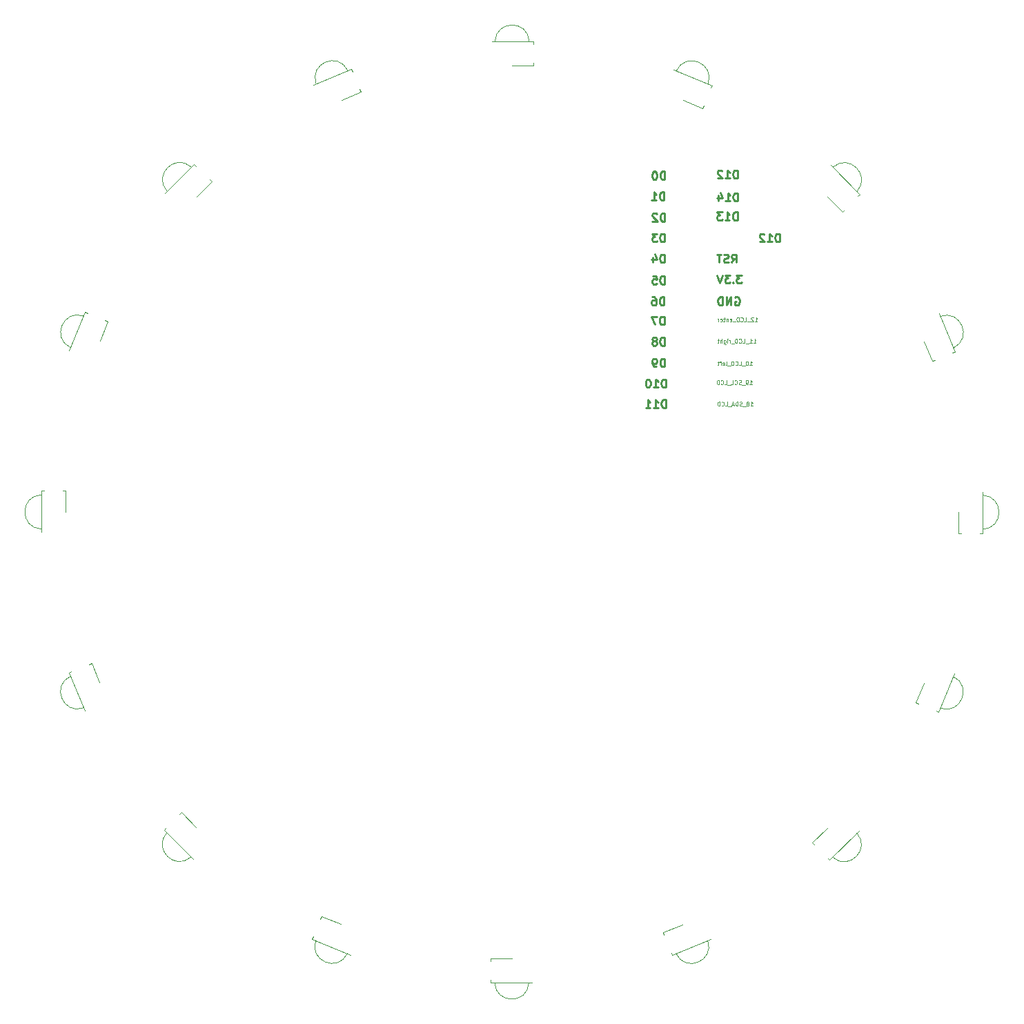
<source format=gbr>
%TF.GenerationSoftware,KiCad,Pcbnew,7.0.9*%
%TF.CreationDate,2024-12-16T17:29:33+09:00*%
%TF.ProjectId,IR_Bored_ESP32,49525f42-6f72-4656-945f-45535033322e,rev?*%
%TF.SameCoordinates,Original*%
%TF.FileFunction,Legend,Bot*%
%TF.FilePolarity,Positive*%
%FSLAX46Y46*%
G04 Gerber Fmt 4.6, Leading zero omitted, Abs format (unit mm)*
G04 Created by KiCad (PCBNEW 7.0.9) date 2024-12-16 17:29:33*
%MOMM*%
%LPD*%
G01*
G04 APERTURE LIST*
%ADD10C,0.250000*%
%ADD11C,0.125000*%
%ADD12C,0.120000*%
G04 APERTURE END LIST*
D10*
X208233031Y-44848019D02*
X208233031Y-43848019D01*
X208233031Y-43848019D02*
X207994936Y-43848019D01*
X207994936Y-43848019D02*
X207852079Y-43895638D01*
X207852079Y-43895638D02*
X207756841Y-43990876D01*
X207756841Y-43990876D02*
X207709222Y-44086114D01*
X207709222Y-44086114D02*
X207661603Y-44276590D01*
X207661603Y-44276590D02*
X207661603Y-44419447D01*
X207661603Y-44419447D02*
X207709222Y-44609923D01*
X207709222Y-44609923D02*
X207756841Y-44705161D01*
X207756841Y-44705161D02*
X207852079Y-44800400D01*
X207852079Y-44800400D02*
X207994936Y-44848019D01*
X207994936Y-44848019D02*
X208233031Y-44848019D01*
X207042555Y-43848019D02*
X206947317Y-43848019D01*
X206947317Y-43848019D02*
X206852079Y-43895638D01*
X206852079Y-43895638D02*
X206804460Y-43943257D01*
X206804460Y-43943257D02*
X206756841Y-44038495D01*
X206756841Y-44038495D02*
X206709222Y-44228971D01*
X206709222Y-44228971D02*
X206709222Y-44467066D01*
X206709222Y-44467066D02*
X206756841Y-44657542D01*
X206756841Y-44657542D02*
X206804460Y-44752780D01*
X206804460Y-44752780D02*
X206852079Y-44800400D01*
X206852079Y-44800400D02*
X206947317Y-44848019D01*
X206947317Y-44848019D02*
X207042555Y-44848019D01*
X207042555Y-44848019D02*
X207137793Y-44800400D01*
X207137793Y-44800400D02*
X207185412Y-44752780D01*
X207185412Y-44752780D02*
X207233031Y-44657542D01*
X207233031Y-44657542D02*
X207280650Y-44467066D01*
X207280650Y-44467066D02*
X207280650Y-44228971D01*
X207280650Y-44228971D02*
X207233031Y-44038495D01*
X207233031Y-44038495D02*
X207185412Y-43943257D01*
X207185412Y-43943257D02*
X207137793Y-43895638D01*
X207137793Y-43895638D02*
X207042555Y-43848019D01*
X216853222Y-59313438D02*
X216948460Y-59265819D01*
X216948460Y-59265819D02*
X217091317Y-59265819D01*
X217091317Y-59265819D02*
X217234174Y-59313438D01*
X217234174Y-59313438D02*
X217329412Y-59408676D01*
X217329412Y-59408676D02*
X217377031Y-59503914D01*
X217377031Y-59503914D02*
X217424650Y-59694390D01*
X217424650Y-59694390D02*
X217424650Y-59837247D01*
X217424650Y-59837247D02*
X217377031Y-60027723D01*
X217377031Y-60027723D02*
X217329412Y-60122961D01*
X217329412Y-60122961D02*
X217234174Y-60218200D01*
X217234174Y-60218200D02*
X217091317Y-60265819D01*
X217091317Y-60265819D02*
X216996079Y-60265819D01*
X216996079Y-60265819D02*
X216853222Y-60218200D01*
X216853222Y-60218200D02*
X216805603Y-60170580D01*
X216805603Y-60170580D02*
X216805603Y-59837247D01*
X216805603Y-59837247D02*
X216996079Y-59837247D01*
X216377031Y-60265819D02*
X216377031Y-59265819D01*
X216377031Y-59265819D02*
X215805603Y-60265819D01*
X215805603Y-60265819D02*
X215805603Y-59265819D01*
X215329412Y-60265819D02*
X215329412Y-59265819D01*
X215329412Y-59265819D02*
X215091317Y-59265819D01*
X215091317Y-59265819D02*
X214948460Y-59313438D01*
X214948460Y-59313438D02*
X214853222Y-59408676D01*
X214853222Y-59408676D02*
X214805603Y-59503914D01*
X214805603Y-59503914D02*
X214757984Y-59694390D01*
X214757984Y-59694390D02*
X214757984Y-59837247D01*
X214757984Y-59837247D02*
X214805603Y-60027723D01*
X214805603Y-60027723D02*
X214853222Y-60122961D01*
X214853222Y-60122961D02*
X214948460Y-60218200D01*
X214948460Y-60218200D02*
X215091317Y-60265819D01*
X215091317Y-60265819D02*
X215329412Y-60265819D01*
D11*
X219297611Y-62263909D02*
X219583325Y-62263909D01*
X219440468Y-62263909D02*
X219440468Y-61763909D01*
X219440468Y-61763909D02*
X219488087Y-61835338D01*
X219488087Y-61835338D02*
X219535706Y-61882957D01*
X219535706Y-61882957D02*
X219583325Y-61906766D01*
X219107135Y-61811528D02*
X219083326Y-61787719D01*
X219083326Y-61787719D02*
X219035707Y-61763909D01*
X219035707Y-61763909D02*
X218916659Y-61763909D01*
X218916659Y-61763909D02*
X218869040Y-61787719D01*
X218869040Y-61787719D02*
X218845231Y-61811528D01*
X218845231Y-61811528D02*
X218821421Y-61859147D01*
X218821421Y-61859147D02*
X218821421Y-61906766D01*
X218821421Y-61906766D02*
X218845231Y-61978195D01*
X218845231Y-61978195D02*
X219130945Y-62263909D01*
X219130945Y-62263909D02*
X218821421Y-62263909D01*
X218726184Y-62311528D02*
X218345231Y-62311528D01*
X217988089Y-62263909D02*
X218226184Y-62263909D01*
X218226184Y-62263909D02*
X218226184Y-61763909D01*
X217535708Y-62216290D02*
X217559517Y-62240100D01*
X217559517Y-62240100D02*
X217630946Y-62263909D01*
X217630946Y-62263909D02*
X217678565Y-62263909D01*
X217678565Y-62263909D02*
X217749993Y-62240100D01*
X217749993Y-62240100D02*
X217797612Y-62192480D01*
X217797612Y-62192480D02*
X217821422Y-62144861D01*
X217821422Y-62144861D02*
X217845231Y-62049623D01*
X217845231Y-62049623D02*
X217845231Y-61978195D01*
X217845231Y-61978195D02*
X217821422Y-61882957D01*
X217821422Y-61882957D02*
X217797612Y-61835338D01*
X217797612Y-61835338D02*
X217749993Y-61787719D01*
X217749993Y-61787719D02*
X217678565Y-61763909D01*
X217678565Y-61763909D02*
X217630946Y-61763909D01*
X217630946Y-61763909D02*
X217559517Y-61787719D01*
X217559517Y-61787719D02*
X217535708Y-61811528D01*
X217321422Y-62263909D02*
X217321422Y-61763909D01*
X217321422Y-61763909D02*
X217202374Y-61763909D01*
X217202374Y-61763909D02*
X217130946Y-61787719D01*
X217130946Y-61787719D02*
X217083327Y-61835338D01*
X217083327Y-61835338D02*
X217059517Y-61882957D01*
X217059517Y-61882957D02*
X217035708Y-61978195D01*
X217035708Y-61978195D02*
X217035708Y-62049623D01*
X217035708Y-62049623D02*
X217059517Y-62144861D01*
X217059517Y-62144861D02*
X217083327Y-62192480D01*
X217083327Y-62192480D02*
X217130946Y-62240100D01*
X217130946Y-62240100D02*
X217202374Y-62263909D01*
X217202374Y-62263909D02*
X217321422Y-62263909D01*
X216940470Y-62311528D02*
X216559517Y-62311528D01*
X216249994Y-62240100D02*
X216297613Y-62263909D01*
X216297613Y-62263909D02*
X216392851Y-62263909D01*
X216392851Y-62263909D02*
X216440470Y-62240100D01*
X216440470Y-62240100D02*
X216464279Y-62192480D01*
X216464279Y-62192480D02*
X216464279Y-62002004D01*
X216464279Y-62002004D02*
X216440470Y-61954385D01*
X216440470Y-61954385D02*
X216392851Y-61930576D01*
X216392851Y-61930576D02*
X216297613Y-61930576D01*
X216297613Y-61930576D02*
X216249994Y-61954385D01*
X216249994Y-61954385D02*
X216226184Y-62002004D01*
X216226184Y-62002004D02*
X216226184Y-62049623D01*
X216226184Y-62049623D02*
X216464279Y-62097242D01*
X216011899Y-61930576D02*
X216011899Y-62263909D01*
X216011899Y-61978195D02*
X215988089Y-61954385D01*
X215988089Y-61954385D02*
X215940470Y-61930576D01*
X215940470Y-61930576D02*
X215869042Y-61930576D01*
X215869042Y-61930576D02*
X215821423Y-61954385D01*
X215821423Y-61954385D02*
X215797613Y-62002004D01*
X215797613Y-62002004D02*
X215797613Y-62263909D01*
X215630946Y-61930576D02*
X215440470Y-61930576D01*
X215559518Y-61763909D02*
X215559518Y-62192480D01*
X215559518Y-62192480D02*
X215535708Y-62240100D01*
X215535708Y-62240100D02*
X215488089Y-62263909D01*
X215488089Y-62263909D02*
X215440470Y-62263909D01*
X215083328Y-62240100D02*
X215130947Y-62263909D01*
X215130947Y-62263909D02*
X215226185Y-62263909D01*
X215226185Y-62263909D02*
X215273804Y-62240100D01*
X215273804Y-62240100D02*
X215297613Y-62192480D01*
X215297613Y-62192480D02*
X215297613Y-62002004D01*
X215297613Y-62002004D02*
X215273804Y-61954385D01*
X215273804Y-61954385D02*
X215226185Y-61930576D01*
X215226185Y-61930576D02*
X215130947Y-61930576D01*
X215130947Y-61930576D02*
X215083328Y-61954385D01*
X215083328Y-61954385D02*
X215059518Y-62002004D01*
X215059518Y-62002004D02*
X215059518Y-62049623D01*
X215059518Y-62049623D02*
X215297613Y-62097242D01*
X214845233Y-62263909D02*
X214845233Y-61930576D01*
X214845233Y-62025814D02*
X214821423Y-61978195D01*
X214821423Y-61978195D02*
X214797614Y-61954385D01*
X214797614Y-61954385D02*
X214749995Y-61930576D01*
X214749995Y-61930576D02*
X214702376Y-61930576D01*
X218764211Y-72627109D02*
X219049925Y-72627109D01*
X218907068Y-72627109D02*
X218907068Y-72127109D01*
X218907068Y-72127109D02*
X218954687Y-72198538D01*
X218954687Y-72198538D02*
X219002306Y-72246157D01*
X219002306Y-72246157D02*
X219049925Y-72269966D01*
X218478497Y-72341395D02*
X218526116Y-72317585D01*
X218526116Y-72317585D02*
X218549926Y-72293776D01*
X218549926Y-72293776D02*
X218573735Y-72246157D01*
X218573735Y-72246157D02*
X218573735Y-72222347D01*
X218573735Y-72222347D02*
X218549926Y-72174728D01*
X218549926Y-72174728D02*
X218526116Y-72150919D01*
X218526116Y-72150919D02*
X218478497Y-72127109D01*
X218478497Y-72127109D02*
X218383259Y-72127109D01*
X218383259Y-72127109D02*
X218335640Y-72150919D01*
X218335640Y-72150919D02*
X218311831Y-72174728D01*
X218311831Y-72174728D02*
X218288021Y-72222347D01*
X218288021Y-72222347D02*
X218288021Y-72246157D01*
X218288021Y-72246157D02*
X218311831Y-72293776D01*
X218311831Y-72293776D02*
X218335640Y-72317585D01*
X218335640Y-72317585D02*
X218383259Y-72341395D01*
X218383259Y-72341395D02*
X218478497Y-72341395D01*
X218478497Y-72341395D02*
X218526116Y-72365204D01*
X218526116Y-72365204D02*
X218549926Y-72389014D01*
X218549926Y-72389014D02*
X218573735Y-72436633D01*
X218573735Y-72436633D02*
X218573735Y-72531871D01*
X218573735Y-72531871D02*
X218549926Y-72579490D01*
X218549926Y-72579490D02*
X218526116Y-72603300D01*
X218526116Y-72603300D02*
X218478497Y-72627109D01*
X218478497Y-72627109D02*
X218383259Y-72627109D01*
X218383259Y-72627109D02*
X218335640Y-72603300D01*
X218335640Y-72603300D02*
X218311831Y-72579490D01*
X218311831Y-72579490D02*
X218288021Y-72531871D01*
X218288021Y-72531871D02*
X218288021Y-72436633D01*
X218288021Y-72436633D02*
X218311831Y-72389014D01*
X218311831Y-72389014D02*
X218335640Y-72365204D01*
X218335640Y-72365204D02*
X218383259Y-72341395D01*
X218192784Y-72674728D02*
X217811831Y-72674728D01*
X217716593Y-72603300D02*
X217645165Y-72627109D01*
X217645165Y-72627109D02*
X217526117Y-72627109D01*
X217526117Y-72627109D02*
X217478498Y-72603300D01*
X217478498Y-72603300D02*
X217454689Y-72579490D01*
X217454689Y-72579490D02*
X217430879Y-72531871D01*
X217430879Y-72531871D02*
X217430879Y-72484252D01*
X217430879Y-72484252D02*
X217454689Y-72436633D01*
X217454689Y-72436633D02*
X217478498Y-72412823D01*
X217478498Y-72412823D02*
X217526117Y-72389014D01*
X217526117Y-72389014D02*
X217621355Y-72365204D01*
X217621355Y-72365204D02*
X217668974Y-72341395D01*
X217668974Y-72341395D02*
X217692784Y-72317585D01*
X217692784Y-72317585D02*
X217716593Y-72269966D01*
X217716593Y-72269966D02*
X217716593Y-72222347D01*
X217716593Y-72222347D02*
X217692784Y-72174728D01*
X217692784Y-72174728D02*
X217668974Y-72150919D01*
X217668974Y-72150919D02*
X217621355Y-72127109D01*
X217621355Y-72127109D02*
X217502308Y-72127109D01*
X217502308Y-72127109D02*
X217430879Y-72150919D01*
X217216594Y-72627109D02*
X217216594Y-72127109D01*
X217216594Y-72127109D02*
X217097546Y-72127109D01*
X217097546Y-72127109D02*
X217026118Y-72150919D01*
X217026118Y-72150919D02*
X216978499Y-72198538D01*
X216978499Y-72198538D02*
X216954689Y-72246157D01*
X216954689Y-72246157D02*
X216930880Y-72341395D01*
X216930880Y-72341395D02*
X216930880Y-72412823D01*
X216930880Y-72412823D02*
X216954689Y-72508061D01*
X216954689Y-72508061D02*
X216978499Y-72555680D01*
X216978499Y-72555680D02*
X217026118Y-72603300D01*
X217026118Y-72603300D02*
X217097546Y-72627109D01*
X217097546Y-72627109D02*
X217216594Y-72627109D01*
X216740403Y-72484252D02*
X216502308Y-72484252D01*
X216788022Y-72627109D02*
X216621356Y-72127109D01*
X216621356Y-72127109D02*
X216454689Y-72627109D01*
X216407071Y-72674728D02*
X216026118Y-72674728D01*
X215668976Y-72627109D02*
X215907071Y-72627109D01*
X215907071Y-72627109D02*
X215907071Y-72127109D01*
X215216595Y-72579490D02*
X215240404Y-72603300D01*
X215240404Y-72603300D02*
X215311833Y-72627109D01*
X215311833Y-72627109D02*
X215359452Y-72627109D01*
X215359452Y-72627109D02*
X215430880Y-72603300D01*
X215430880Y-72603300D02*
X215478499Y-72555680D01*
X215478499Y-72555680D02*
X215502309Y-72508061D01*
X215502309Y-72508061D02*
X215526118Y-72412823D01*
X215526118Y-72412823D02*
X215526118Y-72341395D01*
X215526118Y-72341395D02*
X215502309Y-72246157D01*
X215502309Y-72246157D02*
X215478499Y-72198538D01*
X215478499Y-72198538D02*
X215430880Y-72150919D01*
X215430880Y-72150919D02*
X215359452Y-72127109D01*
X215359452Y-72127109D02*
X215311833Y-72127109D01*
X215311833Y-72127109D02*
X215240404Y-72150919D01*
X215240404Y-72150919D02*
X215216595Y-72174728D01*
X215002309Y-72627109D02*
X215002309Y-72127109D01*
X215002309Y-72127109D02*
X214883261Y-72127109D01*
X214883261Y-72127109D02*
X214811833Y-72150919D01*
X214811833Y-72150919D02*
X214764214Y-72198538D01*
X214764214Y-72198538D02*
X214740404Y-72246157D01*
X214740404Y-72246157D02*
X214716595Y-72341395D01*
X214716595Y-72341395D02*
X214716595Y-72412823D01*
X214716595Y-72412823D02*
X214740404Y-72508061D01*
X214740404Y-72508061D02*
X214764214Y-72555680D01*
X214764214Y-72555680D02*
X214811833Y-72603300D01*
X214811833Y-72603300D02*
X214883261Y-72627109D01*
X214883261Y-72627109D02*
X215002309Y-72627109D01*
D10*
X216424603Y-55033419D02*
X216757936Y-54557228D01*
X216996031Y-55033419D02*
X216996031Y-54033419D01*
X216996031Y-54033419D02*
X216615079Y-54033419D01*
X216615079Y-54033419D02*
X216519841Y-54081038D01*
X216519841Y-54081038D02*
X216472222Y-54128657D01*
X216472222Y-54128657D02*
X216424603Y-54223895D01*
X216424603Y-54223895D02*
X216424603Y-54366752D01*
X216424603Y-54366752D02*
X216472222Y-54461990D01*
X216472222Y-54461990D02*
X216519841Y-54509609D01*
X216519841Y-54509609D02*
X216615079Y-54557228D01*
X216615079Y-54557228D02*
X216996031Y-54557228D01*
X216043650Y-54985800D02*
X215900793Y-55033419D01*
X215900793Y-55033419D02*
X215662698Y-55033419D01*
X215662698Y-55033419D02*
X215567460Y-54985800D01*
X215567460Y-54985800D02*
X215519841Y-54938180D01*
X215519841Y-54938180D02*
X215472222Y-54842942D01*
X215472222Y-54842942D02*
X215472222Y-54747704D01*
X215472222Y-54747704D02*
X215519841Y-54652466D01*
X215519841Y-54652466D02*
X215567460Y-54604847D01*
X215567460Y-54604847D02*
X215662698Y-54557228D01*
X215662698Y-54557228D02*
X215853174Y-54509609D01*
X215853174Y-54509609D02*
X215948412Y-54461990D01*
X215948412Y-54461990D02*
X215996031Y-54414371D01*
X215996031Y-54414371D02*
X216043650Y-54319133D01*
X216043650Y-54319133D02*
X216043650Y-54223895D01*
X216043650Y-54223895D02*
X215996031Y-54128657D01*
X215996031Y-54128657D02*
X215948412Y-54081038D01*
X215948412Y-54081038D02*
X215853174Y-54033419D01*
X215853174Y-54033419D02*
X215615079Y-54033419D01*
X215615079Y-54033419D02*
X215472222Y-54081038D01*
X215186507Y-54033419D02*
X214615079Y-54033419D01*
X214900793Y-55033419D02*
X214900793Y-54033419D01*
X217675469Y-56573419D02*
X217056422Y-56573419D01*
X217056422Y-56573419D02*
X217389755Y-56954371D01*
X217389755Y-56954371D02*
X217246898Y-56954371D01*
X217246898Y-56954371D02*
X217151660Y-57001990D01*
X217151660Y-57001990D02*
X217104041Y-57049609D01*
X217104041Y-57049609D02*
X217056422Y-57144847D01*
X217056422Y-57144847D02*
X217056422Y-57382942D01*
X217056422Y-57382942D02*
X217104041Y-57478180D01*
X217104041Y-57478180D02*
X217151660Y-57525800D01*
X217151660Y-57525800D02*
X217246898Y-57573419D01*
X217246898Y-57573419D02*
X217532612Y-57573419D01*
X217532612Y-57573419D02*
X217627850Y-57525800D01*
X217627850Y-57525800D02*
X217675469Y-57478180D01*
X216627850Y-57478180D02*
X216580231Y-57525800D01*
X216580231Y-57525800D02*
X216627850Y-57573419D01*
X216627850Y-57573419D02*
X216675469Y-57525800D01*
X216675469Y-57525800D02*
X216627850Y-57478180D01*
X216627850Y-57478180D02*
X216627850Y-57573419D01*
X216246898Y-56573419D02*
X215627851Y-56573419D01*
X215627851Y-56573419D02*
X215961184Y-56954371D01*
X215961184Y-56954371D02*
X215818327Y-56954371D01*
X215818327Y-56954371D02*
X215723089Y-57001990D01*
X215723089Y-57001990D02*
X215675470Y-57049609D01*
X215675470Y-57049609D02*
X215627851Y-57144847D01*
X215627851Y-57144847D02*
X215627851Y-57382942D01*
X215627851Y-57382942D02*
X215675470Y-57478180D01*
X215675470Y-57478180D02*
X215723089Y-57525800D01*
X215723089Y-57525800D02*
X215818327Y-57573419D01*
X215818327Y-57573419D02*
X216104041Y-57573419D01*
X216104041Y-57573419D02*
X216199279Y-57525800D01*
X216199279Y-57525800D02*
X216246898Y-57478180D01*
X215342136Y-56573419D02*
X215008803Y-57573419D01*
X215008803Y-57573419D02*
X214675470Y-56573419D01*
D11*
X218662611Y-69985509D02*
X218948325Y-69985509D01*
X218805468Y-69985509D02*
X218805468Y-69485509D01*
X218805468Y-69485509D02*
X218853087Y-69556938D01*
X218853087Y-69556938D02*
X218900706Y-69604557D01*
X218900706Y-69604557D02*
X218948325Y-69628366D01*
X218424516Y-69985509D02*
X218329278Y-69985509D01*
X218329278Y-69985509D02*
X218281659Y-69961700D01*
X218281659Y-69961700D02*
X218257850Y-69937890D01*
X218257850Y-69937890D02*
X218210231Y-69866461D01*
X218210231Y-69866461D02*
X218186421Y-69771223D01*
X218186421Y-69771223D02*
X218186421Y-69580747D01*
X218186421Y-69580747D02*
X218210231Y-69533128D01*
X218210231Y-69533128D02*
X218234040Y-69509319D01*
X218234040Y-69509319D02*
X218281659Y-69485509D01*
X218281659Y-69485509D02*
X218376897Y-69485509D01*
X218376897Y-69485509D02*
X218424516Y-69509319D01*
X218424516Y-69509319D02*
X218448326Y-69533128D01*
X218448326Y-69533128D02*
X218472135Y-69580747D01*
X218472135Y-69580747D02*
X218472135Y-69699795D01*
X218472135Y-69699795D02*
X218448326Y-69747414D01*
X218448326Y-69747414D02*
X218424516Y-69771223D01*
X218424516Y-69771223D02*
X218376897Y-69795033D01*
X218376897Y-69795033D02*
X218281659Y-69795033D01*
X218281659Y-69795033D02*
X218234040Y-69771223D01*
X218234040Y-69771223D02*
X218210231Y-69747414D01*
X218210231Y-69747414D02*
X218186421Y-69699795D01*
X218091184Y-70033128D02*
X217710231Y-70033128D01*
X217614993Y-69961700D02*
X217543565Y-69985509D01*
X217543565Y-69985509D02*
X217424517Y-69985509D01*
X217424517Y-69985509D02*
X217376898Y-69961700D01*
X217376898Y-69961700D02*
X217353089Y-69937890D01*
X217353089Y-69937890D02*
X217329279Y-69890271D01*
X217329279Y-69890271D02*
X217329279Y-69842652D01*
X217329279Y-69842652D02*
X217353089Y-69795033D01*
X217353089Y-69795033D02*
X217376898Y-69771223D01*
X217376898Y-69771223D02*
X217424517Y-69747414D01*
X217424517Y-69747414D02*
X217519755Y-69723604D01*
X217519755Y-69723604D02*
X217567374Y-69699795D01*
X217567374Y-69699795D02*
X217591184Y-69675985D01*
X217591184Y-69675985D02*
X217614993Y-69628366D01*
X217614993Y-69628366D02*
X217614993Y-69580747D01*
X217614993Y-69580747D02*
X217591184Y-69533128D01*
X217591184Y-69533128D02*
X217567374Y-69509319D01*
X217567374Y-69509319D02*
X217519755Y-69485509D01*
X217519755Y-69485509D02*
X217400708Y-69485509D01*
X217400708Y-69485509D02*
X217329279Y-69509319D01*
X216829280Y-69937890D02*
X216853089Y-69961700D01*
X216853089Y-69961700D02*
X216924518Y-69985509D01*
X216924518Y-69985509D02*
X216972137Y-69985509D01*
X216972137Y-69985509D02*
X217043565Y-69961700D01*
X217043565Y-69961700D02*
X217091184Y-69914080D01*
X217091184Y-69914080D02*
X217114994Y-69866461D01*
X217114994Y-69866461D02*
X217138803Y-69771223D01*
X217138803Y-69771223D02*
X217138803Y-69699795D01*
X217138803Y-69699795D02*
X217114994Y-69604557D01*
X217114994Y-69604557D02*
X217091184Y-69556938D01*
X217091184Y-69556938D02*
X217043565Y-69509319D01*
X217043565Y-69509319D02*
X216972137Y-69485509D01*
X216972137Y-69485509D02*
X216924518Y-69485509D01*
X216924518Y-69485509D02*
X216853089Y-69509319D01*
X216853089Y-69509319D02*
X216829280Y-69533128D01*
X216376899Y-69985509D02*
X216614994Y-69985509D01*
X216614994Y-69985509D02*
X216614994Y-69485509D01*
X216329280Y-70033128D02*
X215948327Y-70033128D01*
X215591185Y-69985509D02*
X215829280Y-69985509D01*
X215829280Y-69985509D02*
X215829280Y-69485509D01*
X215138804Y-69937890D02*
X215162613Y-69961700D01*
X215162613Y-69961700D02*
X215234042Y-69985509D01*
X215234042Y-69985509D02*
X215281661Y-69985509D01*
X215281661Y-69985509D02*
X215353089Y-69961700D01*
X215353089Y-69961700D02*
X215400708Y-69914080D01*
X215400708Y-69914080D02*
X215424518Y-69866461D01*
X215424518Y-69866461D02*
X215448327Y-69771223D01*
X215448327Y-69771223D02*
X215448327Y-69699795D01*
X215448327Y-69699795D02*
X215424518Y-69604557D01*
X215424518Y-69604557D02*
X215400708Y-69556938D01*
X215400708Y-69556938D02*
X215353089Y-69509319D01*
X215353089Y-69509319D02*
X215281661Y-69485509D01*
X215281661Y-69485509D02*
X215234042Y-69485509D01*
X215234042Y-69485509D02*
X215162613Y-69509319D01*
X215162613Y-69509319D02*
X215138804Y-69533128D01*
X214924518Y-69985509D02*
X214924518Y-69485509D01*
X214924518Y-69485509D02*
X214805470Y-69485509D01*
X214805470Y-69485509D02*
X214734042Y-69509319D01*
X214734042Y-69509319D02*
X214686423Y-69556938D01*
X214686423Y-69556938D02*
X214662613Y-69604557D01*
X214662613Y-69604557D02*
X214638804Y-69699795D01*
X214638804Y-69699795D02*
X214638804Y-69771223D01*
X214638804Y-69771223D02*
X214662613Y-69866461D01*
X214662613Y-69866461D02*
X214686423Y-69914080D01*
X214686423Y-69914080D02*
X214734042Y-69961700D01*
X214734042Y-69961700D02*
X214805470Y-69985509D01*
X214805470Y-69985509D02*
X214924518Y-69985509D01*
X218662611Y-67648709D02*
X218948325Y-67648709D01*
X218805468Y-67648709D02*
X218805468Y-67148709D01*
X218805468Y-67148709D02*
X218853087Y-67220138D01*
X218853087Y-67220138D02*
X218900706Y-67267757D01*
X218900706Y-67267757D02*
X218948325Y-67291566D01*
X218353088Y-67148709D02*
X218305469Y-67148709D01*
X218305469Y-67148709D02*
X218257850Y-67172519D01*
X218257850Y-67172519D02*
X218234040Y-67196328D01*
X218234040Y-67196328D02*
X218210231Y-67243947D01*
X218210231Y-67243947D02*
X218186421Y-67339185D01*
X218186421Y-67339185D02*
X218186421Y-67458233D01*
X218186421Y-67458233D02*
X218210231Y-67553471D01*
X218210231Y-67553471D02*
X218234040Y-67601090D01*
X218234040Y-67601090D02*
X218257850Y-67624900D01*
X218257850Y-67624900D02*
X218305469Y-67648709D01*
X218305469Y-67648709D02*
X218353088Y-67648709D01*
X218353088Y-67648709D02*
X218400707Y-67624900D01*
X218400707Y-67624900D02*
X218424516Y-67601090D01*
X218424516Y-67601090D02*
X218448326Y-67553471D01*
X218448326Y-67553471D02*
X218472135Y-67458233D01*
X218472135Y-67458233D02*
X218472135Y-67339185D01*
X218472135Y-67339185D02*
X218448326Y-67243947D01*
X218448326Y-67243947D02*
X218424516Y-67196328D01*
X218424516Y-67196328D02*
X218400707Y-67172519D01*
X218400707Y-67172519D02*
X218353088Y-67148709D01*
X218091184Y-67696328D02*
X217710231Y-67696328D01*
X217353089Y-67648709D02*
X217591184Y-67648709D01*
X217591184Y-67648709D02*
X217591184Y-67148709D01*
X216900708Y-67601090D02*
X216924517Y-67624900D01*
X216924517Y-67624900D02*
X216995946Y-67648709D01*
X216995946Y-67648709D02*
X217043565Y-67648709D01*
X217043565Y-67648709D02*
X217114993Y-67624900D01*
X217114993Y-67624900D02*
X217162612Y-67577280D01*
X217162612Y-67577280D02*
X217186422Y-67529661D01*
X217186422Y-67529661D02*
X217210231Y-67434423D01*
X217210231Y-67434423D02*
X217210231Y-67362995D01*
X217210231Y-67362995D02*
X217186422Y-67267757D01*
X217186422Y-67267757D02*
X217162612Y-67220138D01*
X217162612Y-67220138D02*
X217114993Y-67172519D01*
X217114993Y-67172519D02*
X217043565Y-67148709D01*
X217043565Y-67148709D02*
X216995946Y-67148709D01*
X216995946Y-67148709D02*
X216924517Y-67172519D01*
X216924517Y-67172519D02*
X216900708Y-67196328D01*
X216686422Y-67648709D02*
X216686422Y-67148709D01*
X216686422Y-67148709D02*
X216567374Y-67148709D01*
X216567374Y-67148709D02*
X216495946Y-67172519D01*
X216495946Y-67172519D02*
X216448327Y-67220138D01*
X216448327Y-67220138D02*
X216424517Y-67267757D01*
X216424517Y-67267757D02*
X216400708Y-67362995D01*
X216400708Y-67362995D02*
X216400708Y-67434423D01*
X216400708Y-67434423D02*
X216424517Y-67529661D01*
X216424517Y-67529661D02*
X216448327Y-67577280D01*
X216448327Y-67577280D02*
X216495946Y-67624900D01*
X216495946Y-67624900D02*
X216567374Y-67648709D01*
X216567374Y-67648709D02*
X216686422Y-67648709D01*
X216305470Y-67696328D02*
X215924517Y-67696328D01*
X215734041Y-67648709D02*
X215781660Y-67624900D01*
X215781660Y-67624900D02*
X215805470Y-67577280D01*
X215805470Y-67577280D02*
X215805470Y-67148709D01*
X215353089Y-67624900D02*
X215400708Y-67648709D01*
X215400708Y-67648709D02*
X215495946Y-67648709D01*
X215495946Y-67648709D02*
X215543565Y-67624900D01*
X215543565Y-67624900D02*
X215567374Y-67577280D01*
X215567374Y-67577280D02*
X215567374Y-67386804D01*
X215567374Y-67386804D02*
X215543565Y-67339185D01*
X215543565Y-67339185D02*
X215495946Y-67315376D01*
X215495946Y-67315376D02*
X215400708Y-67315376D01*
X215400708Y-67315376D02*
X215353089Y-67339185D01*
X215353089Y-67339185D02*
X215329279Y-67386804D01*
X215329279Y-67386804D02*
X215329279Y-67434423D01*
X215329279Y-67434423D02*
X215567374Y-67482042D01*
X215186422Y-67315376D02*
X214995946Y-67315376D01*
X215114994Y-67648709D02*
X215114994Y-67220138D01*
X215114994Y-67220138D02*
X215091184Y-67172519D01*
X215091184Y-67172519D02*
X215043565Y-67148709D01*
X215043565Y-67148709D02*
X214995946Y-67148709D01*
X214900708Y-67315376D02*
X214710232Y-67315376D01*
X214829280Y-67148709D02*
X214829280Y-67577280D01*
X214829280Y-67577280D02*
X214805470Y-67624900D01*
X214805470Y-67624900D02*
X214757851Y-67648709D01*
X214757851Y-67648709D02*
X214710232Y-67648709D01*
X219119811Y-64905509D02*
X219405525Y-64905509D01*
X219262668Y-64905509D02*
X219262668Y-64405509D01*
X219262668Y-64405509D02*
X219310287Y-64476938D01*
X219310287Y-64476938D02*
X219357906Y-64524557D01*
X219357906Y-64524557D02*
X219405525Y-64548366D01*
X218643621Y-64905509D02*
X218929335Y-64905509D01*
X218786478Y-64905509D02*
X218786478Y-64405509D01*
X218786478Y-64405509D02*
X218834097Y-64476938D01*
X218834097Y-64476938D02*
X218881716Y-64524557D01*
X218881716Y-64524557D02*
X218929335Y-64548366D01*
X218548384Y-64953128D02*
X218167431Y-64953128D01*
X217810289Y-64905509D02*
X218048384Y-64905509D01*
X218048384Y-64905509D02*
X218048384Y-64405509D01*
X217357908Y-64857890D02*
X217381717Y-64881700D01*
X217381717Y-64881700D02*
X217453146Y-64905509D01*
X217453146Y-64905509D02*
X217500765Y-64905509D01*
X217500765Y-64905509D02*
X217572193Y-64881700D01*
X217572193Y-64881700D02*
X217619812Y-64834080D01*
X217619812Y-64834080D02*
X217643622Y-64786461D01*
X217643622Y-64786461D02*
X217667431Y-64691223D01*
X217667431Y-64691223D02*
X217667431Y-64619795D01*
X217667431Y-64619795D02*
X217643622Y-64524557D01*
X217643622Y-64524557D02*
X217619812Y-64476938D01*
X217619812Y-64476938D02*
X217572193Y-64429319D01*
X217572193Y-64429319D02*
X217500765Y-64405509D01*
X217500765Y-64405509D02*
X217453146Y-64405509D01*
X217453146Y-64405509D02*
X217381717Y-64429319D01*
X217381717Y-64429319D02*
X217357908Y-64453128D01*
X217143622Y-64905509D02*
X217143622Y-64405509D01*
X217143622Y-64405509D02*
X217024574Y-64405509D01*
X217024574Y-64405509D02*
X216953146Y-64429319D01*
X216953146Y-64429319D02*
X216905527Y-64476938D01*
X216905527Y-64476938D02*
X216881717Y-64524557D01*
X216881717Y-64524557D02*
X216857908Y-64619795D01*
X216857908Y-64619795D02*
X216857908Y-64691223D01*
X216857908Y-64691223D02*
X216881717Y-64786461D01*
X216881717Y-64786461D02*
X216905527Y-64834080D01*
X216905527Y-64834080D02*
X216953146Y-64881700D01*
X216953146Y-64881700D02*
X217024574Y-64905509D01*
X217024574Y-64905509D02*
X217143622Y-64905509D01*
X216762670Y-64953128D02*
X216381717Y-64953128D01*
X216262670Y-64905509D02*
X216262670Y-64572176D01*
X216262670Y-64667414D02*
X216238860Y-64619795D01*
X216238860Y-64619795D02*
X216215051Y-64595985D01*
X216215051Y-64595985D02*
X216167432Y-64572176D01*
X216167432Y-64572176D02*
X216119813Y-64572176D01*
X215953146Y-64905509D02*
X215953146Y-64572176D01*
X215953146Y-64405509D02*
X215976955Y-64429319D01*
X215976955Y-64429319D02*
X215953146Y-64453128D01*
X215953146Y-64453128D02*
X215929336Y-64429319D01*
X215929336Y-64429319D02*
X215953146Y-64405509D01*
X215953146Y-64405509D02*
X215953146Y-64453128D01*
X215500765Y-64572176D02*
X215500765Y-64976938D01*
X215500765Y-64976938D02*
X215524575Y-65024557D01*
X215524575Y-65024557D02*
X215548384Y-65048366D01*
X215548384Y-65048366D02*
X215596003Y-65072176D01*
X215596003Y-65072176D02*
X215667432Y-65072176D01*
X215667432Y-65072176D02*
X215715051Y-65048366D01*
X215500765Y-64881700D02*
X215548384Y-64905509D01*
X215548384Y-64905509D02*
X215643622Y-64905509D01*
X215643622Y-64905509D02*
X215691241Y-64881700D01*
X215691241Y-64881700D02*
X215715051Y-64857890D01*
X215715051Y-64857890D02*
X215738860Y-64810271D01*
X215738860Y-64810271D02*
X215738860Y-64667414D01*
X215738860Y-64667414D02*
X215715051Y-64619795D01*
X215715051Y-64619795D02*
X215691241Y-64595985D01*
X215691241Y-64595985D02*
X215643622Y-64572176D01*
X215643622Y-64572176D02*
X215548384Y-64572176D01*
X215548384Y-64572176D02*
X215500765Y-64595985D01*
X215262670Y-64905509D02*
X215262670Y-64405509D01*
X215048384Y-64905509D02*
X215048384Y-64643604D01*
X215048384Y-64643604D02*
X215072194Y-64595985D01*
X215072194Y-64595985D02*
X215119813Y-64572176D01*
X215119813Y-64572176D02*
X215191241Y-64572176D01*
X215191241Y-64572176D02*
X215238860Y-64595985D01*
X215238860Y-64595985D02*
X215262670Y-64619795D01*
X214881717Y-64572176D02*
X214691241Y-64572176D01*
X214810289Y-64405509D02*
X214810289Y-64834080D01*
X214810289Y-64834080D02*
X214786479Y-64881700D01*
X214786479Y-64881700D02*
X214738860Y-64905509D01*
X214738860Y-64905509D02*
X214691241Y-64905509D01*
D10*
X217148431Y-49851819D02*
X217148431Y-48851819D01*
X217148431Y-48851819D02*
X216910336Y-48851819D01*
X216910336Y-48851819D02*
X216767479Y-48899438D01*
X216767479Y-48899438D02*
X216672241Y-48994676D01*
X216672241Y-48994676D02*
X216624622Y-49089914D01*
X216624622Y-49089914D02*
X216577003Y-49280390D01*
X216577003Y-49280390D02*
X216577003Y-49423247D01*
X216577003Y-49423247D02*
X216624622Y-49613723D01*
X216624622Y-49613723D02*
X216672241Y-49708961D01*
X216672241Y-49708961D02*
X216767479Y-49804200D01*
X216767479Y-49804200D02*
X216910336Y-49851819D01*
X216910336Y-49851819D02*
X217148431Y-49851819D01*
X215624622Y-49851819D02*
X216196050Y-49851819D01*
X215910336Y-49851819D02*
X215910336Y-48851819D01*
X215910336Y-48851819D02*
X216005574Y-48994676D01*
X216005574Y-48994676D02*
X216100812Y-49089914D01*
X216100812Y-49089914D02*
X216196050Y-49137533D01*
X215291288Y-48851819D02*
X214672241Y-48851819D01*
X214672241Y-48851819D02*
X215005574Y-49232771D01*
X215005574Y-49232771D02*
X214862717Y-49232771D01*
X214862717Y-49232771D02*
X214767479Y-49280390D01*
X214767479Y-49280390D02*
X214719860Y-49328009D01*
X214719860Y-49328009D02*
X214672241Y-49423247D01*
X214672241Y-49423247D02*
X214672241Y-49661342D01*
X214672241Y-49661342D02*
X214719860Y-49756580D01*
X214719860Y-49756580D02*
X214767479Y-49804200D01*
X214767479Y-49804200D02*
X214862717Y-49851819D01*
X214862717Y-49851819D02*
X215148431Y-49851819D01*
X215148431Y-49851819D02*
X215243669Y-49804200D01*
X215243669Y-49804200D02*
X215291288Y-49756580D01*
X222330031Y-52493419D02*
X222330031Y-51493419D01*
X222330031Y-51493419D02*
X222091936Y-51493419D01*
X222091936Y-51493419D02*
X221949079Y-51541038D01*
X221949079Y-51541038D02*
X221853841Y-51636276D01*
X221853841Y-51636276D02*
X221806222Y-51731514D01*
X221806222Y-51731514D02*
X221758603Y-51921990D01*
X221758603Y-51921990D02*
X221758603Y-52064847D01*
X221758603Y-52064847D02*
X221806222Y-52255323D01*
X221806222Y-52255323D02*
X221853841Y-52350561D01*
X221853841Y-52350561D02*
X221949079Y-52445800D01*
X221949079Y-52445800D02*
X222091936Y-52493419D01*
X222091936Y-52493419D02*
X222330031Y-52493419D01*
X220806222Y-52493419D02*
X221377650Y-52493419D01*
X221091936Y-52493419D02*
X221091936Y-51493419D01*
X221091936Y-51493419D02*
X221187174Y-51636276D01*
X221187174Y-51636276D02*
X221282412Y-51731514D01*
X221282412Y-51731514D02*
X221377650Y-51779133D01*
X220425269Y-51588657D02*
X220377650Y-51541038D01*
X220377650Y-51541038D02*
X220282412Y-51493419D01*
X220282412Y-51493419D02*
X220044317Y-51493419D01*
X220044317Y-51493419D02*
X219949079Y-51541038D01*
X219949079Y-51541038D02*
X219901460Y-51588657D01*
X219901460Y-51588657D02*
X219853841Y-51683895D01*
X219853841Y-51683895D02*
X219853841Y-51779133D01*
X219853841Y-51779133D02*
X219901460Y-51921990D01*
X219901460Y-51921990D02*
X220472888Y-52493419D01*
X220472888Y-52493419D02*
X219853841Y-52493419D01*
X208156831Y-60265819D02*
X208156831Y-59265819D01*
X208156831Y-59265819D02*
X207918736Y-59265819D01*
X207918736Y-59265819D02*
X207775879Y-59313438D01*
X207775879Y-59313438D02*
X207680641Y-59408676D01*
X207680641Y-59408676D02*
X207633022Y-59503914D01*
X207633022Y-59503914D02*
X207585403Y-59694390D01*
X207585403Y-59694390D02*
X207585403Y-59837247D01*
X207585403Y-59837247D02*
X207633022Y-60027723D01*
X207633022Y-60027723D02*
X207680641Y-60122961D01*
X207680641Y-60122961D02*
X207775879Y-60218200D01*
X207775879Y-60218200D02*
X207918736Y-60265819D01*
X207918736Y-60265819D02*
X208156831Y-60265819D01*
X206728260Y-59265819D02*
X206918736Y-59265819D01*
X206918736Y-59265819D02*
X207013974Y-59313438D01*
X207013974Y-59313438D02*
X207061593Y-59361057D01*
X207061593Y-59361057D02*
X207156831Y-59503914D01*
X207156831Y-59503914D02*
X207204450Y-59694390D01*
X207204450Y-59694390D02*
X207204450Y-60075342D01*
X207204450Y-60075342D02*
X207156831Y-60170580D01*
X207156831Y-60170580D02*
X207109212Y-60218200D01*
X207109212Y-60218200D02*
X207013974Y-60265819D01*
X207013974Y-60265819D02*
X206823498Y-60265819D01*
X206823498Y-60265819D02*
X206728260Y-60218200D01*
X206728260Y-60218200D02*
X206680641Y-60170580D01*
X206680641Y-60170580D02*
X206633022Y-60075342D01*
X206633022Y-60075342D02*
X206633022Y-59837247D01*
X206633022Y-59837247D02*
X206680641Y-59742009D01*
X206680641Y-59742009D02*
X206728260Y-59694390D01*
X206728260Y-59694390D02*
X206823498Y-59646771D01*
X206823498Y-59646771D02*
X207013974Y-59646771D01*
X207013974Y-59646771D02*
X207109212Y-59694390D01*
X207109212Y-59694390D02*
X207156831Y-59742009D01*
X207156831Y-59742009D02*
X207204450Y-59837247D01*
X217199231Y-47489619D02*
X217199231Y-46489619D01*
X217199231Y-46489619D02*
X216961136Y-46489619D01*
X216961136Y-46489619D02*
X216818279Y-46537238D01*
X216818279Y-46537238D02*
X216723041Y-46632476D01*
X216723041Y-46632476D02*
X216675422Y-46727714D01*
X216675422Y-46727714D02*
X216627803Y-46918190D01*
X216627803Y-46918190D02*
X216627803Y-47061047D01*
X216627803Y-47061047D02*
X216675422Y-47251523D01*
X216675422Y-47251523D02*
X216723041Y-47346761D01*
X216723041Y-47346761D02*
X216818279Y-47442000D01*
X216818279Y-47442000D02*
X216961136Y-47489619D01*
X216961136Y-47489619D02*
X217199231Y-47489619D01*
X215675422Y-47489619D02*
X216246850Y-47489619D01*
X215961136Y-47489619D02*
X215961136Y-46489619D01*
X215961136Y-46489619D02*
X216056374Y-46632476D01*
X216056374Y-46632476D02*
X216151612Y-46727714D01*
X216151612Y-46727714D02*
X216246850Y-46775333D01*
X214818279Y-46822952D02*
X214818279Y-47489619D01*
X215056374Y-46442000D02*
X215294469Y-47156285D01*
X215294469Y-47156285D02*
X214675422Y-47156285D01*
X217173831Y-44695619D02*
X217173831Y-43695619D01*
X217173831Y-43695619D02*
X216935736Y-43695619D01*
X216935736Y-43695619D02*
X216792879Y-43743238D01*
X216792879Y-43743238D02*
X216697641Y-43838476D01*
X216697641Y-43838476D02*
X216650022Y-43933714D01*
X216650022Y-43933714D02*
X216602403Y-44124190D01*
X216602403Y-44124190D02*
X216602403Y-44267047D01*
X216602403Y-44267047D02*
X216650022Y-44457523D01*
X216650022Y-44457523D02*
X216697641Y-44552761D01*
X216697641Y-44552761D02*
X216792879Y-44648000D01*
X216792879Y-44648000D02*
X216935736Y-44695619D01*
X216935736Y-44695619D02*
X217173831Y-44695619D01*
X215650022Y-44695619D02*
X216221450Y-44695619D01*
X215935736Y-44695619D02*
X215935736Y-43695619D01*
X215935736Y-43695619D02*
X216030974Y-43838476D01*
X216030974Y-43838476D02*
X216126212Y-43933714D01*
X216126212Y-43933714D02*
X216221450Y-43981333D01*
X215269069Y-43790857D02*
X215221450Y-43743238D01*
X215221450Y-43743238D02*
X215126212Y-43695619D01*
X215126212Y-43695619D02*
X214888117Y-43695619D01*
X214888117Y-43695619D02*
X214792879Y-43743238D01*
X214792879Y-43743238D02*
X214745260Y-43790857D01*
X214745260Y-43790857D02*
X214697641Y-43886095D01*
X214697641Y-43886095D02*
X214697641Y-43981333D01*
X214697641Y-43981333D02*
X214745260Y-44124190D01*
X214745260Y-44124190D02*
X215316688Y-44695619D01*
X215316688Y-44695619D02*
X214697641Y-44695619D01*
X208360031Y-72864219D02*
X208360031Y-71864219D01*
X208360031Y-71864219D02*
X208121936Y-71864219D01*
X208121936Y-71864219D02*
X207979079Y-71911838D01*
X207979079Y-71911838D02*
X207883841Y-72007076D01*
X207883841Y-72007076D02*
X207836222Y-72102314D01*
X207836222Y-72102314D02*
X207788603Y-72292790D01*
X207788603Y-72292790D02*
X207788603Y-72435647D01*
X207788603Y-72435647D02*
X207836222Y-72626123D01*
X207836222Y-72626123D02*
X207883841Y-72721361D01*
X207883841Y-72721361D02*
X207979079Y-72816600D01*
X207979079Y-72816600D02*
X208121936Y-72864219D01*
X208121936Y-72864219D02*
X208360031Y-72864219D01*
X206836222Y-72864219D02*
X207407650Y-72864219D01*
X207121936Y-72864219D02*
X207121936Y-71864219D01*
X207121936Y-71864219D02*
X207217174Y-72007076D01*
X207217174Y-72007076D02*
X207312412Y-72102314D01*
X207312412Y-72102314D02*
X207407650Y-72149933D01*
X205883841Y-72864219D02*
X206455269Y-72864219D01*
X206169555Y-72864219D02*
X206169555Y-71864219D01*
X206169555Y-71864219D02*
X206264793Y-72007076D01*
X206264793Y-72007076D02*
X206360031Y-72102314D01*
X206360031Y-72102314D02*
X206455269Y-72149933D01*
X208182231Y-62653419D02*
X208182231Y-61653419D01*
X208182231Y-61653419D02*
X207944136Y-61653419D01*
X207944136Y-61653419D02*
X207801279Y-61701038D01*
X207801279Y-61701038D02*
X207706041Y-61796276D01*
X207706041Y-61796276D02*
X207658422Y-61891514D01*
X207658422Y-61891514D02*
X207610803Y-62081990D01*
X207610803Y-62081990D02*
X207610803Y-62224847D01*
X207610803Y-62224847D02*
X207658422Y-62415323D01*
X207658422Y-62415323D02*
X207706041Y-62510561D01*
X207706041Y-62510561D02*
X207801279Y-62605800D01*
X207801279Y-62605800D02*
X207944136Y-62653419D01*
X207944136Y-62653419D02*
X208182231Y-62653419D01*
X207277469Y-61653419D02*
X206610803Y-61653419D01*
X206610803Y-61653419D02*
X207039374Y-62653419D01*
X208385431Y-70349619D02*
X208385431Y-69349619D01*
X208385431Y-69349619D02*
X208147336Y-69349619D01*
X208147336Y-69349619D02*
X208004479Y-69397238D01*
X208004479Y-69397238D02*
X207909241Y-69492476D01*
X207909241Y-69492476D02*
X207861622Y-69587714D01*
X207861622Y-69587714D02*
X207814003Y-69778190D01*
X207814003Y-69778190D02*
X207814003Y-69921047D01*
X207814003Y-69921047D02*
X207861622Y-70111523D01*
X207861622Y-70111523D02*
X207909241Y-70206761D01*
X207909241Y-70206761D02*
X208004479Y-70302000D01*
X208004479Y-70302000D02*
X208147336Y-70349619D01*
X208147336Y-70349619D02*
X208385431Y-70349619D01*
X206861622Y-70349619D02*
X207433050Y-70349619D01*
X207147336Y-70349619D02*
X207147336Y-69349619D01*
X207147336Y-69349619D02*
X207242574Y-69492476D01*
X207242574Y-69492476D02*
X207337812Y-69587714D01*
X207337812Y-69587714D02*
X207433050Y-69635333D01*
X206242574Y-69349619D02*
X206147336Y-69349619D01*
X206147336Y-69349619D02*
X206052098Y-69397238D01*
X206052098Y-69397238D02*
X206004479Y-69444857D01*
X206004479Y-69444857D02*
X205956860Y-69540095D01*
X205956860Y-69540095D02*
X205909241Y-69730571D01*
X205909241Y-69730571D02*
X205909241Y-69968666D01*
X205909241Y-69968666D02*
X205956860Y-70159142D01*
X205956860Y-70159142D02*
X206004479Y-70254380D01*
X206004479Y-70254380D02*
X206052098Y-70302000D01*
X206052098Y-70302000D02*
X206147336Y-70349619D01*
X206147336Y-70349619D02*
X206242574Y-70349619D01*
X206242574Y-70349619D02*
X206337812Y-70302000D01*
X206337812Y-70302000D02*
X206385431Y-70254380D01*
X206385431Y-70254380D02*
X206433050Y-70159142D01*
X206433050Y-70159142D02*
X206480669Y-69968666D01*
X206480669Y-69968666D02*
X206480669Y-69730571D01*
X206480669Y-69730571D02*
X206433050Y-69540095D01*
X206433050Y-69540095D02*
X206385431Y-69444857D01*
X206385431Y-69444857D02*
X206337812Y-69397238D01*
X206337812Y-69397238D02*
X206242574Y-69349619D01*
X208207631Y-57675019D02*
X208207631Y-56675019D01*
X208207631Y-56675019D02*
X207969536Y-56675019D01*
X207969536Y-56675019D02*
X207826679Y-56722638D01*
X207826679Y-56722638D02*
X207731441Y-56817876D01*
X207731441Y-56817876D02*
X207683822Y-56913114D01*
X207683822Y-56913114D02*
X207636203Y-57103590D01*
X207636203Y-57103590D02*
X207636203Y-57246447D01*
X207636203Y-57246447D02*
X207683822Y-57436923D01*
X207683822Y-57436923D02*
X207731441Y-57532161D01*
X207731441Y-57532161D02*
X207826679Y-57627400D01*
X207826679Y-57627400D02*
X207969536Y-57675019D01*
X207969536Y-57675019D02*
X208207631Y-57675019D01*
X206731441Y-56675019D02*
X207207631Y-56675019D01*
X207207631Y-56675019D02*
X207255250Y-57151209D01*
X207255250Y-57151209D02*
X207207631Y-57103590D01*
X207207631Y-57103590D02*
X207112393Y-57055971D01*
X207112393Y-57055971D02*
X206874298Y-57055971D01*
X206874298Y-57055971D02*
X206779060Y-57103590D01*
X206779060Y-57103590D02*
X206731441Y-57151209D01*
X206731441Y-57151209D02*
X206683822Y-57246447D01*
X206683822Y-57246447D02*
X206683822Y-57484542D01*
X206683822Y-57484542D02*
X206731441Y-57579780D01*
X206731441Y-57579780D02*
X206779060Y-57627400D01*
X206779060Y-57627400D02*
X206874298Y-57675019D01*
X206874298Y-57675019D02*
X207112393Y-57675019D01*
X207112393Y-57675019D02*
X207207631Y-57627400D01*
X207207631Y-57627400D02*
X207255250Y-57579780D01*
X208233031Y-67809619D02*
X208233031Y-66809619D01*
X208233031Y-66809619D02*
X207994936Y-66809619D01*
X207994936Y-66809619D02*
X207852079Y-66857238D01*
X207852079Y-66857238D02*
X207756841Y-66952476D01*
X207756841Y-66952476D02*
X207709222Y-67047714D01*
X207709222Y-67047714D02*
X207661603Y-67238190D01*
X207661603Y-67238190D02*
X207661603Y-67381047D01*
X207661603Y-67381047D02*
X207709222Y-67571523D01*
X207709222Y-67571523D02*
X207756841Y-67666761D01*
X207756841Y-67666761D02*
X207852079Y-67762000D01*
X207852079Y-67762000D02*
X207994936Y-67809619D01*
X207994936Y-67809619D02*
X208233031Y-67809619D01*
X207185412Y-67809619D02*
X206994936Y-67809619D01*
X206994936Y-67809619D02*
X206899698Y-67762000D01*
X206899698Y-67762000D02*
X206852079Y-67714380D01*
X206852079Y-67714380D02*
X206756841Y-67571523D01*
X206756841Y-67571523D02*
X206709222Y-67381047D01*
X206709222Y-67381047D02*
X206709222Y-67000095D01*
X206709222Y-67000095D02*
X206756841Y-66904857D01*
X206756841Y-66904857D02*
X206804460Y-66857238D01*
X206804460Y-66857238D02*
X206899698Y-66809619D01*
X206899698Y-66809619D02*
X207090174Y-66809619D01*
X207090174Y-66809619D02*
X207185412Y-66857238D01*
X207185412Y-66857238D02*
X207233031Y-66904857D01*
X207233031Y-66904857D02*
X207280650Y-67000095D01*
X207280650Y-67000095D02*
X207280650Y-67238190D01*
X207280650Y-67238190D02*
X207233031Y-67333428D01*
X207233031Y-67333428D02*
X207185412Y-67381047D01*
X207185412Y-67381047D02*
X207090174Y-67428666D01*
X207090174Y-67428666D02*
X206899698Y-67428666D01*
X206899698Y-67428666D02*
X206804460Y-67381047D01*
X206804460Y-67381047D02*
X206756841Y-67333428D01*
X206756841Y-67333428D02*
X206709222Y-67238190D01*
X208207631Y-65218819D02*
X208207631Y-64218819D01*
X208207631Y-64218819D02*
X207969536Y-64218819D01*
X207969536Y-64218819D02*
X207826679Y-64266438D01*
X207826679Y-64266438D02*
X207731441Y-64361676D01*
X207731441Y-64361676D02*
X207683822Y-64456914D01*
X207683822Y-64456914D02*
X207636203Y-64647390D01*
X207636203Y-64647390D02*
X207636203Y-64790247D01*
X207636203Y-64790247D02*
X207683822Y-64980723D01*
X207683822Y-64980723D02*
X207731441Y-65075961D01*
X207731441Y-65075961D02*
X207826679Y-65171200D01*
X207826679Y-65171200D02*
X207969536Y-65218819D01*
X207969536Y-65218819D02*
X208207631Y-65218819D01*
X207064774Y-64647390D02*
X207160012Y-64599771D01*
X207160012Y-64599771D02*
X207207631Y-64552152D01*
X207207631Y-64552152D02*
X207255250Y-64456914D01*
X207255250Y-64456914D02*
X207255250Y-64409295D01*
X207255250Y-64409295D02*
X207207631Y-64314057D01*
X207207631Y-64314057D02*
X207160012Y-64266438D01*
X207160012Y-64266438D02*
X207064774Y-64218819D01*
X207064774Y-64218819D02*
X206874298Y-64218819D01*
X206874298Y-64218819D02*
X206779060Y-64266438D01*
X206779060Y-64266438D02*
X206731441Y-64314057D01*
X206731441Y-64314057D02*
X206683822Y-64409295D01*
X206683822Y-64409295D02*
X206683822Y-64456914D01*
X206683822Y-64456914D02*
X206731441Y-64552152D01*
X206731441Y-64552152D02*
X206779060Y-64599771D01*
X206779060Y-64599771D02*
X206874298Y-64647390D01*
X206874298Y-64647390D02*
X207064774Y-64647390D01*
X207064774Y-64647390D02*
X207160012Y-64695009D01*
X207160012Y-64695009D02*
X207207631Y-64742628D01*
X207207631Y-64742628D02*
X207255250Y-64837866D01*
X207255250Y-64837866D02*
X207255250Y-65028342D01*
X207255250Y-65028342D02*
X207207631Y-65123580D01*
X207207631Y-65123580D02*
X207160012Y-65171200D01*
X207160012Y-65171200D02*
X207064774Y-65218819D01*
X207064774Y-65218819D02*
X206874298Y-65218819D01*
X206874298Y-65218819D02*
X206779060Y-65171200D01*
X206779060Y-65171200D02*
X206731441Y-65123580D01*
X206731441Y-65123580D02*
X206683822Y-65028342D01*
X206683822Y-65028342D02*
X206683822Y-64837866D01*
X206683822Y-64837866D02*
X206731441Y-64742628D01*
X206731441Y-64742628D02*
X206779060Y-64695009D01*
X206779060Y-64695009D02*
X206874298Y-64647390D01*
X208207631Y-55033419D02*
X208207631Y-54033419D01*
X208207631Y-54033419D02*
X207969536Y-54033419D01*
X207969536Y-54033419D02*
X207826679Y-54081038D01*
X207826679Y-54081038D02*
X207731441Y-54176276D01*
X207731441Y-54176276D02*
X207683822Y-54271514D01*
X207683822Y-54271514D02*
X207636203Y-54461990D01*
X207636203Y-54461990D02*
X207636203Y-54604847D01*
X207636203Y-54604847D02*
X207683822Y-54795323D01*
X207683822Y-54795323D02*
X207731441Y-54890561D01*
X207731441Y-54890561D02*
X207826679Y-54985800D01*
X207826679Y-54985800D02*
X207969536Y-55033419D01*
X207969536Y-55033419D02*
X208207631Y-55033419D01*
X206779060Y-54366752D02*
X206779060Y-55033419D01*
X207017155Y-53985800D02*
X207255250Y-54700085D01*
X207255250Y-54700085D02*
X206636203Y-54700085D01*
X208207631Y-52493419D02*
X208207631Y-51493419D01*
X208207631Y-51493419D02*
X207969536Y-51493419D01*
X207969536Y-51493419D02*
X207826679Y-51541038D01*
X207826679Y-51541038D02*
X207731441Y-51636276D01*
X207731441Y-51636276D02*
X207683822Y-51731514D01*
X207683822Y-51731514D02*
X207636203Y-51921990D01*
X207636203Y-51921990D02*
X207636203Y-52064847D01*
X207636203Y-52064847D02*
X207683822Y-52255323D01*
X207683822Y-52255323D02*
X207731441Y-52350561D01*
X207731441Y-52350561D02*
X207826679Y-52445800D01*
X207826679Y-52445800D02*
X207969536Y-52493419D01*
X207969536Y-52493419D02*
X208207631Y-52493419D01*
X207302869Y-51493419D02*
X206683822Y-51493419D01*
X206683822Y-51493419D02*
X207017155Y-51874371D01*
X207017155Y-51874371D02*
X206874298Y-51874371D01*
X206874298Y-51874371D02*
X206779060Y-51921990D01*
X206779060Y-51921990D02*
X206731441Y-51969609D01*
X206731441Y-51969609D02*
X206683822Y-52064847D01*
X206683822Y-52064847D02*
X206683822Y-52302942D01*
X206683822Y-52302942D02*
X206731441Y-52398180D01*
X206731441Y-52398180D02*
X206779060Y-52445800D01*
X206779060Y-52445800D02*
X206874298Y-52493419D01*
X206874298Y-52493419D02*
X207160012Y-52493419D01*
X207160012Y-52493419D02*
X207255250Y-52445800D01*
X207255250Y-52445800D02*
X207302869Y-52398180D01*
X208156831Y-47388019D02*
X208156831Y-46388019D01*
X208156831Y-46388019D02*
X207918736Y-46388019D01*
X207918736Y-46388019D02*
X207775879Y-46435638D01*
X207775879Y-46435638D02*
X207680641Y-46530876D01*
X207680641Y-46530876D02*
X207633022Y-46626114D01*
X207633022Y-46626114D02*
X207585403Y-46816590D01*
X207585403Y-46816590D02*
X207585403Y-46959447D01*
X207585403Y-46959447D02*
X207633022Y-47149923D01*
X207633022Y-47149923D02*
X207680641Y-47245161D01*
X207680641Y-47245161D02*
X207775879Y-47340400D01*
X207775879Y-47340400D02*
X207918736Y-47388019D01*
X207918736Y-47388019D02*
X208156831Y-47388019D01*
X206633022Y-47388019D02*
X207204450Y-47388019D01*
X206918736Y-47388019D02*
X206918736Y-46388019D01*
X206918736Y-46388019D02*
X207013974Y-46530876D01*
X207013974Y-46530876D02*
X207109212Y-46626114D01*
X207109212Y-46626114D02*
X207204450Y-46673733D01*
X208233031Y-49978819D02*
X208233031Y-48978819D01*
X208233031Y-48978819D02*
X207994936Y-48978819D01*
X207994936Y-48978819D02*
X207852079Y-49026438D01*
X207852079Y-49026438D02*
X207756841Y-49121676D01*
X207756841Y-49121676D02*
X207709222Y-49216914D01*
X207709222Y-49216914D02*
X207661603Y-49407390D01*
X207661603Y-49407390D02*
X207661603Y-49550247D01*
X207661603Y-49550247D02*
X207709222Y-49740723D01*
X207709222Y-49740723D02*
X207756841Y-49835961D01*
X207756841Y-49835961D02*
X207852079Y-49931200D01*
X207852079Y-49931200D02*
X207994936Y-49978819D01*
X207994936Y-49978819D02*
X208233031Y-49978819D01*
X207280650Y-49074057D02*
X207233031Y-49026438D01*
X207233031Y-49026438D02*
X207137793Y-48978819D01*
X207137793Y-48978819D02*
X206899698Y-48978819D01*
X206899698Y-48978819D02*
X206804460Y-49026438D01*
X206804460Y-49026438D02*
X206756841Y-49074057D01*
X206756841Y-49074057D02*
X206709222Y-49169295D01*
X206709222Y-49169295D02*
X206709222Y-49264533D01*
X206709222Y-49264533D02*
X206756841Y-49407390D01*
X206756841Y-49407390D02*
X207328269Y-49978819D01*
X207328269Y-49978819D02*
X206709222Y-49978819D01*
D12*
%TO.C,U13*%
X243856836Y-65972387D02*
X241908977Y-61269840D01*
X243542717Y-66102499D02*
X243856836Y-65972387D01*
X241399317Y-66990325D02*
X241075959Y-67124264D01*
X241075959Y-67124264D02*
X240080982Y-64722177D01*
X243665494Y-65510446D02*
G75*
G03*
X242059860Y-61629566I-896023J1901878D01*
G01*
%TO.C,U7*%
X164965258Y-138017575D02*
X169667805Y-139965434D01*
X165095370Y-137703456D02*
X164965258Y-138017575D01*
X165983196Y-135560056D02*
X166117135Y-135236698D01*
X166117135Y-135236698D02*
X168519222Y-136231675D01*
X165427197Y-138208917D02*
G75*
G03*
X169306750Y-139817760I1978416J-711247D01*
G01*
%TO.C,U1*%
X169806387Y-31289164D02*
X165103840Y-33237023D01*
X169936499Y-31603283D02*
X169806387Y-31289164D01*
X170824325Y-33746683D02*
X170958264Y-34070041D01*
X170958264Y-34070041D02*
X168556177Y-35065018D01*
X169344446Y-31480506D02*
G75*
G03*
X165463566Y-33086140I-1901878J-896023D01*
G01*
%TO.C,U9*%
X209173613Y-140022836D02*
X213876160Y-138074977D01*
X209043501Y-139708717D02*
X209173613Y-140022836D01*
X208155675Y-137565317D02*
X208021736Y-137241959D01*
X208021736Y-137241959D02*
X210423823Y-136246982D01*
X209635554Y-139831494D02*
G75*
G03*
X213516434Y-138225860I1901878J896023D01*
G01*
%TO.C,U17*%
X192110000Y-27895000D02*
X187020000Y-27895000D01*
X192110000Y-28235000D02*
X192110000Y-27895000D01*
X192110000Y-30555000D02*
X192110000Y-30905000D01*
X192110000Y-30905000D02*
X189510000Y-30905000D01*
X191609999Y-27895000D02*
G75*
G03*
X187410084Y-27893264I-2099999J-100000D01*
G01*
%TO.C,U14*%
X232185815Y-46665425D02*
X228586642Y-43066251D01*
X231945399Y-46905841D02*
X232185815Y-46665425D01*
X230304911Y-48546329D02*
X230057424Y-48793816D01*
X230057424Y-48793816D02*
X228218946Y-46955338D01*
X231832263Y-46311871D02*
G75*
G03*
X228863699Y-43340854I-1555636J1414213D01*
G01*
%TO.C,U10*%
X228480575Y-128351814D02*
X232079749Y-124752641D01*
X228240159Y-128111398D02*
X228480575Y-128351814D01*
X226599671Y-126470910D02*
X226352184Y-126223423D01*
X226352184Y-126223423D02*
X228190662Y-124384945D01*
X228834129Y-127998262D02*
G75*
G03*
X231805146Y-125029698I1414213J1555636D01*
G01*
%TO.C,U2*%
X150499425Y-42960186D02*
X146900251Y-46559359D01*
X150739841Y-43200602D02*
X150499425Y-42960186D01*
X152380329Y-44841090D02*
X152627816Y-45088577D01*
X152627816Y-45088577D02*
X150789338Y-46927055D01*
X150145871Y-43313738D02*
G75*
G03*
X147174854Y-46282302I-1414213J-1555636D01*
G01*
%TO.C,U15*%
X214014742Y-33294425D02*
X209312195Y-31346566D01*
X213884630Y-33608544D02*
X214014742Y-33294425D01*
X212996804Y-35751944D02*
X212862865Y-36075302D01*
X212862865Y-36075302D02*
X210460778Y-35080325D01*
X213552803Y-33103083D02*
G75*
G03*
X209673250Y-31494240I-1978416J711247D01*
G01*
%TO.C,U4*%
X131729000Y-83036000D02*
X131729000Y-88126000D01*
X132069000Y-83036000D02*
X131729000Y-83036000D01*
X134389000Y-83036000D02*
X134739000Y-83036000D01*
X134739000Y-83036000D02*
X134739000Y-85636000D01*
X131729000Y-83536001D02*
G75*
G03*
X131727264Y-87735916I100000J-2099999D01*
G01*
%TO.C,U12*%
X247251001Y-88276000D02*
X247251001Y-83186000D01*
X246911001Y-88276000D02*
X247251001Y-88276000D01*
X244591001Y-88276000D02*
X244241001Y-88276000D01*
X244241001Y-88276000D02*
X244241001Y-85676000D01*
X247251001Y-87775999D02*
G75*
G03*
X247252737Y-83576084I-100000J2099999D01*
G01*
%TO.C,U5*%
X135123164Y-105339613D02*
X137071023Y-110042160D01*
X135437283Y-105209501D02*
X135123164Y-105339613D01*
X137580683Y-104321675D02*
X137904041Y-104187736D01*
X137904041Y-104187736D02*
X138899018Y-106589823D01*
X135314506Y-105801554D02*
G75*
G03*
X136920140Y-109682434I896023J-1901878D01*
G01*
%TO.C,U11*%
X241851575Y-110180742D02*
X243799434Y-105478195D01*
X241537456Y-110050630D02*
X241851575Y-110180742D01*
X239394056Y-109162804D02*
X239070698Y-109028865D01*
X239070698Y-109028865D02*
X240065675Y-106626778D01*
X242042917Y-109718803D02*
G75*
G03*
X243651760Y-105839250I711247J1978416D01*
G01*
%TO.C,U8*%
X186870000Y-143417000D02*
X191960000Y-143417000D01*
X186870000Y-143077000D02*
X186870000Y-143417000D01*
X186870000Y-140757000D02*
X186870000Y-140407000D01*
X186870000Y-140407000D02*
X189470000Y-140407000D01*
X187370001Y-143417000D02*
G75*
G03*
X191569916Y-143418736I2099999J100000D01*
G01*
%TO.C,U3*%
X137128425Y-61131258D02*
X135180566Y-65833805D01*
X137442544Y-61261370D02*
X137128425Y-61131258D01*
X139585944Y-62149196D02*
X139909302Y-62283135D01*
X139909302Y-62283135D02*
X138914325Y-64685222D01*
X136937083Y-61593197D02*
G75*
G03*
X135328240Y-65472750I-711247J-1978416D01*
G01*
%TO.C,U6*%
X146794186Y-124646575D02*
X150393359Y-128245749D01*
X147034602Y-124406159D02*
X146794186Y-124646575D01*
X148675090Y-122765671D02*
X148922577Y-122518184D01*
X148922577Y-122518184D02*
X150761055Y-124356662D01*
X147147738Y-125000129D02*
G75*
G03*
X150116302Y-127971146I1555636J-1414213D01*
G01*
%TD*%
M02*

</source>
